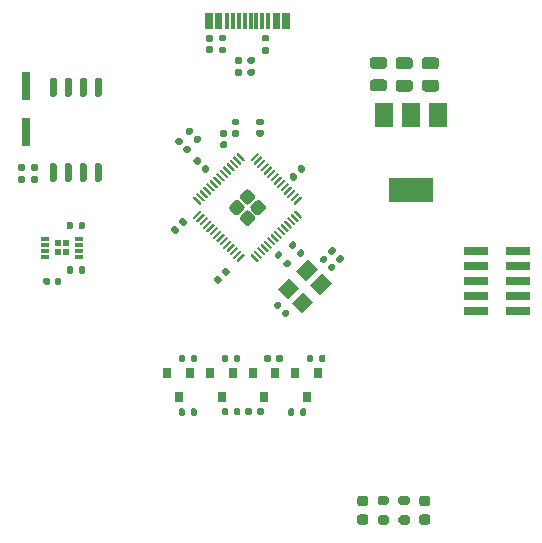
<source format=gbr>
%TF.GenerationSoftware,KiCad,Pcbnew,5.1.10*%
%TF.CreationDate,2021-06-16T23:26:04-06:00*%
%TF.ProjectId,cable-link,6361626c-652d-46c6-996e-6b2e6b696361,rev?*%
%TF.SameCoordinates,Original*%
%TF.FileFunction,Paste,Top*%
%TF.FilePolarity,Positive*%
%FSLAX46Y46*%
G04 Gerber Fmt 4.6, Leading zero omitted, Abs format (unit mm)*
G04 Created by KiCad (PCBNEW 5.1.10) date 2021-06-16 23:26:04*
%MOMM*%
%LPD*%
G01*
G04 APERTURE LIST*
%ADD10R,2.050000X0.760000*%
%ADD11R,0.740000X2.400000*%
%ADD12R,0.800000X0.900000*%
%ADD13R,3.800000X2.000000*%
%ADD14R,1.500000X2.000000*%
%ADD15R,0.750000X0.300000*%
%ADD16R,0.500000X0.600000*%
%ADD17C,0.100000*%
%ADD18R,0.300000X1.450000*%
G04 APERTURE END LIST*
D10*
%TO.C,J4*%
X67855000Y-51365000D03*
X64295000Y-51365000D03*
X67855000Y-50095000D03*
X64295000Y-50095000D03*
X67855000Y-48825000D03*
X64295000Y-48825000D03*
X67855000Y-47555000D03*
X64295000Y-47555000D03*
X67855000Y-46285000D03*
X64295000Y-46285000D03*
%TD*%
%TO.C,C9*%
G36*
G01*
X58725000Y-30900000D02*
X57775000Y-30900000D01*
G75*
G02*
X57525000Y-30650000I0J250000D01*
G01*
X57525000Y-30150000D01*
G75*
G02*
X57775000Y-29900000I250000J0D01*
G01*
X58725000Y-29900000D01*
G75*
G02*
X58975000Y-30150000I0J-250000D01*
G01*
X58975000Y-30650000D01*
G75*
G02*
X58725000Y-30900000I-250000J0D01*
G01*
G37*
G36*
G01*
X58725000Y-32800000D02*
X57775000Y-32800000D01*
G75*
G02*
X57525000Y-32550000I0J250000D01*
G01*
X57525000Y-32050000D01*
G75*
G02*
X57775000Y-31800000I250000J0D01*
G01*
X58725000Y-31800000D01*
G75*
G02*
X58975000Y-32050000I0J-250000D01*
G01*
X58975000Y-32550000D01*
G75*
G02*
X58725000Y-32800000I-250000J0D01*
G01*
G37*
%TD*%
%TO.C,C5*%
G36*
G01*
X56550000Y-30875000D02*
X55600000Y-30875000D01*
G75*
G02*
X55350000Y-30625000I0J250000D01*
G01*
X55350000Y-30125000D01*
G75*
G02*
X55600000Y-29875000I250000J0D01*
G01*
X56550000Y-29875000D01*
G75*
G02*
X56800000Y-30125000I0J-250000D01*
G01*
X56800000Y-30625000D01*
G75*
G02*
X56550000Y-30875000I-250000J0D01*
G01*
G37*
G36*
G01*
X56550000Y-32775000D02*
X55600000Y-32775000D01*
G75*
G02*
X55350000Y-32525000I0J250000D01*
G01*
X55350000Y-32025000D01*
G75*
G02*
X55600000Y-31775000I250000J0D01*
G01*
X56550000Y-31775000D01*
G75*
G02*
X56800000Y-32025000I0J-250000D01*
G01*
X56800000Y-32525000D01*
G75*
G02*
X56550000Y-32775000I-250000J0D01*
G01*
G37*
%TD*%
%TO.C,C2*%
G36*
G01*
X48542355Y-51654630D02*
X48301939Y-51895046D01*
G75*
G02*
X48103949Y-51895046I-98995J98995D01*
G01*
X47905959Y-51697056D01*
G75*
G02*
X47905959Y-51499066I98995J98995D01*
G01*
X48146375Y-51258650D01*
G75*
G02*
X48344365Y-51258650I98995J-98995D01*
G01*
X48542355Y-51456640D01*
G75*
G02*
X48542355Y-51654630I-98995J-98995D01*
G01*
G37*
G36*
G01*
X47863533Y-50975808D02*
X47623117Y-51216224D01*
G75*
G02*
X47425127Y-51216224I-98995J98995D01*
G01*
X47227137Y-51018234D01*
G75*
G02*
X47227137Y-50820244I98995J98995D01*
G01*
X47467553Y-50579828D01*
G75*
G02*
X47665543Y-50579828I98995J-98995D01*
G01*
X47863533Y-50777818D01*
G75*
G02*
X47863533Y-50975808I-98995J-98995D01*
G01*
G37*
%TD*%
%TO.C,C3*%
G36*
G01*
X41732609Y-39417193D02*
X41492193Y-39657609D01*
G75*
G02*
X41294203Y-39657609I-98995J98995D01*
G01*
X41096213Y-39459619D01*
G75*
G02*
X41096213Y-39261629I98995J98995D01*
G01*
X41336629Y-39021213D01*
G75*
G02*
X41534619Y-39021213I98995J-98995D01*
G01*
X41732609Y-39219203D01*
G75*
G02*
X41732609Y-39417193I-98995J-98995D01*
G01*
G37*
G36*
G01*
X41053787Y-38738371D02*
X40813371Y-38978787D01*
G75*
G02*
X40615381Y-38978787I-98995J98995D01*
G01*
X40417391Y-38780797D01*
G75*
G02*
X40417391Y-38582807I98995J98995D01*
G01*
X40657807Y-38342391D01*
G75*
G02*
X40855797Y-38342391I98995J-98995D01*
G01*
X41053787Y-38540381D01*
G75*
G02*
X41053787Y-38738371I-98995J-98995D01*
G01*
G37*
%TD*%
%TO.C,C4*%
G36*
G01*
X52496213Y-46886629D02*
X52736629Y-46646213D01*
G75*
G02*
X52934619Y-46646213I98995J-98995D01*
G01*
X53132609Y-46844203D01*
G75*
G02*
X53132609Y-47042193I-98995J-98995D01*
G01*
X52892193Y-47282609D01*
G75*
G02*
X52694203Y-47282609I-98995J98995D01*
G01*
X52496213Y-47084619D01*
G75*
G02*
X52496213Y-46886629I98995J98995D01*
G01*
G37*
G36*
G01*
X51817391Y-46207807D02*
X52057807Y-45967391D01*
G75*
G02*
X52255797Y-45967391I98995J-98995D01*
G01*
X52453787Y-46165381D01*
G75*
G02*
X52453787Y-46363371I-98995J-98995D01*
G01*
X52213371Y-46603787D01*
G75*
G02*
X52015381Y-46603787I-98995J98995D01*
G01*
X51817391Y-46405797D01*
G75*
G02*
X51817391Y-46207807I98995J98995D01*
G01*
G37*
%TD*%
%TO.C,C6*%
G36*
G01*
X42805000Y-37025000D02*
X43145000Y-37025000D01*
G75*
G02*
X43285000Y-37165000I0J-140000D01*
G01*
X43285000Y-37445000D01*
G75*
G02*
X43145000Y-37585000I-140000J0D01*
G01*
X42805000Y-37585000D01*
G75*
G02*
X42665000Y-37445000I0J140000D01*
G01*
X42665000Y-37165000D01*
G75*
G02*
X42805000Y-37025000I140000J0D01*
G01*
G37*
G36*
G01*
X42805000Y-36065000D02*
X43145000Y-36065000D01*
G75*
G02*
X43285000Y-36205000I0J-140000D01*
G01*
X43285000Y-36485000D01*
G75*
G02*
X43145000Y-36625000I-140000J0D01*
G01*
X42805000Y-36625000D01*
G75*
G02*
X42665000Y-36485000I0J140000D01*
G01*
X42665000Y-36205000D01*
G75*
G02*
X42805000Y-36065000I140000J0D01*
G01*
G37*
%TD*%
%TO.C,C7*%
G36*
G01*
X43805000Y-35090000D02*
X44145000Y-35090000D01*
G75*
G02*
X44285000Y-35230000I0J-140000D01*
G01*
X44285000Y-35510000D01*
G75*
G02*
X44145000Y-35650000I-140000J0D01*
G01*
X43805000Y-35650000D01*
G75*
G02*
X43665000Y-35510000I0J140000D01*
G01*
X43665000Y-35230000D01*
G75*
G02*
X43805000Y-35090000I140000J0D01*
G01*
G37*
G36*
G01*
X43805000Y-36050000D02*
X44145000Y-36050000D01*
G75*
G02*
X44285000Y-36190000I0J-140000D01*
G01*
X44285000Y-36470000D01*
G75*
G02*
X44145000Y-36610000I-140000J0D01*
G01*
X43805000Y-36610000D01*
G75*
G02*
X43665000Y-36470000I0J140000D01*
G01*
X43665000Y-36190000D01*
G75*
G02*
X43805000Y-36050000I140000J0D01*
G01*
G37*
%TD*%
%TO.C,C8*%
G36*
G01*
X39503787Y-37113371D02*
X39263371Y-37353787D01*
G75*
G02*
X39065381Y-37353787I-98995J98995D01*
G01*
X38867391Y-37155797D01*
G75*
G02*
X38867391Y-36957807I98995J98995D01*
G01*
X39107807Y-36717391D01*
G75*
G02*
X39305797Y-36717391I98995J-98995D01*
G01*
X39503787Y-36915381D01*
G75*
G02*
X39503787Y-37113371I-98995J-98995D01*
G01*
G37*
G36*
G01*
X40182609Y-37792193D02*
X39942193Y-38032609D01*
G75*
G02*
X39744203Y-38032609I-98995J98995D01*
G01*
X39546213Y-37834619D01*
G75*
G02*
X39546213Y-37636629I98995J98995D01*
G01*
X39786629Y-37396213D01*
G75*
G02*
X39984619Y-37396213I98995J-98995D01*
G01*
X40182609Y-37594203D01*
G75*
G02*
X40182609Y-37792193I-98995J-98995D01*
G01*
G37*
%TD*%
%TO.C,C10*%
G36*
G01*
X46220000Y-36610000D02*
X45880000Y-36610000D01*
G75*
G02*
X45740000Y-36470000I0J140000D01*
G01*
X45740000Y-36190000D01*
G75*
G02*
X45880000Y-36050000I140000J0D01*
G01*
X46220000Y-36050000D01*
G75*
G02*
X46360000Y-36190000I0J-140000D01*
G01*
X46360000Y-36470000D01*
G75*
G02*
X46220000Y-36610000I-140000J0D01*
G01*
G37*
G36*
G01*
X46220000Y-35650000D02*
X45880000Y-35650000D01*
G75*
G02*
X45740000Y-35510000I0J140000D01*
G01*
X45740000Y-35230000D01*
G75*
G02*
X45880000Y-35090000I140000J0D01*
G01*
X46220000Y-35090000D01*
G75*
G02*
X46360000Y-35230000I0J-140000D01*
G01*
X46360000Y-35510000D01*
G75*
G02*
X46220000Y-35650000I-140000J0D01*
G01*
G37*
%TD*%
%TO.C,C11*%
G36*
G01*
X60950000Y-32800000D02*
X60000000Y-32800000D01*
G75*
G02*
X59750000Y-32550000I0J250000D01*
G01*
X59750000Y-32050000D01*
G75*
G02*
X60000000Y-31800000I250000J0D01*
G01*
X60950000Y-31800000D01*
G75*
G02*
X61200000Y-32050000I0J-250000D01*
G01*
X61200000Y-32550000D01*
G75*
G02*
X60950000Y-32800000I-250000J0D01*
G01*
G37*
G36*
G01*
X60950000Y-30900000D02*
X60000000Y-30900000D01*
G75*
G02*
X59750000Y-30650000I0J250000D01*
G01*
X59750000Y-30150000D01*
G75*
G02*
X60000000Y-29900000I250000J0D01*
G01*
X60950000Y-29900000D01*
G75*
G02*
X61200000Y-30150000I0J-250000D01*
G01*
X61200000Y-30650000D01*
G75*
G02*
X60950000Y-30900000I-250000J0D01*
G01*
G37*
%TD*%
%TO.C,C12*%
G36*
G01*
X49475485Y-39653913D02*
X49235069Y-39413497D01*
G75*
G02*
X49235069Y-39215507I98995J98995D01*
G01*
X49433059Y-39017517D01*
G75*
G02*
X49631049Y-39017517I98995J-98995D01*
G01*
X49871465Y-39257933D01*
G75*
G02*
X49871465Y-39455923I-98995J-98995D01*
G01*
X49673475Y-39653913D01*
G75*
G02*
X49475485Y-39653913I-98995J98995D01*
G01*
G37*
G36*
G01*
X48796663Y-40332735D02*
X48556247Y-40092319D01*
G75*
G02*
X48556247Y-39894329I98995J98995D01*
G01*
X48754237Y-39696339D01*
G75*
G02*
X48952227Y-39696339I98995J-98995D01*
G01*
X49192643Y-39936755D01*
G75*
G02*
X49192643Y-40134745I-98995J-98995D01*
G01*
X48994653Y-40332735D01*
G75*
G02*
X48796663Y-40332735I-98995J98995D01*
G01*
G37*
%TD*%
%TO.C,C13*%
G36*
G01*
X48492391Y-45707807D02*
X48732807Y-45467391D01*
G75*
G02*
X48930797Y-45467391I98995J-98995D01*
G01*
X49128787Y-45665381D01*
G75*
G02*
X49128787Y-45863371I-98995J-98995D01*
G01*
X48888371Y-46103787D01*
G75*
G02*
X48690381Y-46103787I-98995J98995D01*
G01*
X48492391Y-45905797D01*
G75*
G02*
X48492391Y-45707807I98995J98995D01*
G01*
G37*
G36*
G01*
X49171213Y-46386629D02*
X49411629Y-46146213D01*
G75*
G02*
X49609619Y-46146213I98995J-98995D01*
G01*
X49807609Y-46344203D01*
G75*
G02*
X49807609Y-46542193I-98995J-98995D01*
G01*
X49567193Y-46782609D01*
G75*
G02*
X49369203Y-46782609I-98995J98995D01*
G01*
X49171213Y-46584619D01*
G75*
G02*
X49171213Y-46386629I98995J98995D01*
G01*
G37*
%TD*%
%TO.C,C14*%
G36*
G01*
X42563371Y-48421213D02*
X42803787Y-48661629D01*
G75*
G02*
X42803787Y-48859619I-98995J-98995D01*
G01*
X42605797Y-49057609D01*
G75*
G02*
X42407807Y-49057609I-98995J98995D01*
G01*
X42167391Y-48817193D01*
G75*
G02*
X42167391Y-48619203I98995J98995D01*
G01*
X42365381Y-48421213D01*
G75*
G02*
X42563371Y-48421213I98995J-98995D01*
G01*
G37*
G36*
G01*
X43242193Y-47742391D02*
X43482609Y-47982807D01*
G75*
G02*
X43482609Y-48180797I-98995J-98995D01*
G01*
X43284619Y-48378787D01*
G75*
G02*
X43086629Y-48378787I-98995J98995D01*
G01*
X42846213Y-48138371D01*
G75*
G02*
X42846213Y-47940381I98995J98995D01*
G01*
X43044203Y-47742391D01*
G75*
G02*
X43242193Y-47742391I98995J-98995D01*
G01*
G37*
%TD*%
%TO.C,C15*%
G36*
G01*
X39625488Y-43507645D02*
X39865904Y-43748061D01*
G75*
G02*
X39865904Y-43946051I-98995J-98995D01*
G01*
X39667914Y-44144041D01*
G75*
G02*
X39469924Y-44144041I-98995J98995D01*
G01*
X39229508Y-43903625D01*
G75*
G02*
X39229508Y-43705635I98995J98995D01*
G01*
X39427498Y-43507645D01*
G75*
G02*
X39625488Y-43507645I98995J-98995D01*
G01*
G37*
G36*
G01*
X38946666Y-44186467D02*
X39187082Y-44426883D01*
G75*
G02*
X39187082Y-44624873I-98995J-98995D01*
G01*
X38989092Y-44822863D01*
G75*
G02*
X38791102Y-44822863I-98995J98995D01*
G01*
X38550686Y-44582447D01*
G75*
G02*
X38550686Y-44384457I98995J98995D01*
G01*
X38748676Y-44186467D01*
G75*
G02*
X38946666Y-44186467I98995J-98995D01*
G01*
G37*
%TD*%
%TO.C,C16*%
G36*
G01*
X40378787Y-36238371D02*
X40138371Y-36478787D01*
G75*
G02*
X39940381Y-36478787I-98995J98995D01*
G01*
X39742391Y-36280797D01*
G75*
G02*
X39742391Y-36082807I98995J98995D01*
G01*
X39982807Y-35842391D01*
G75*
G02*
X40180797Y-35842391I98995J-98995D01*
G01*
X40378787Y-36040381D01*
G75*
G02*
X40378787Y-36238371I-98995J-98995D01*
G01*
G37*
G36*
G01*
X41057609Y-36917193D02*
X40817193Y-37157609D01*
G75*
G02*
X40619203Y-37157609I-98995J98995D01*
G01*
X40421213Y-36959619D01*
G75*
G02*
X40421213Y-36761629I98995J98995D01*
G01*
X40661629Y-36521213D01*
G75*
G02*
X40859619Y-36521213I98995J-98995D01*
G01*
X41057609Y-36719203D01*
G75*
G02*
X41057609Y-36917193I-98995J-98995D01*
G01*
G37*
%TD*%
%TO.C,C17*%
G36*
G01*
X29235000Y-48705000D02*
X29235000Y-49045000D01*
G75*
G02*
X29095000Y-49185000I-140000J0D01*
G01*
X28815000Y-49185000D01*
G75*
G02*
X28675000Y-49045000I0J140000D01*
G01*
X28675000Y-48705000D01*
G75*
G02*
X28815000Y-48565000I140000J0D01*
G01*
X29095000Y-48565000D01*
G75*
G02*
X29235000Y-48705000I0J-140000D01*
G01*
G37*
G36*
G01*
X28275000Y-48705000D02*
X28275000Y-49045000D01*
G75*
G02*
X28135000Y-49185000I-140000J0D01*
G01*
X27855000Y-49185000D01*
G75*
G02*
X27715000Y-49045000I0J140000D01*
G01*
X27715000Y-48705000D01*
G75*
G02*
X27855000Y-48565000I140000J0D01*
G01*
X28135000Y-48565000D01*
G75*
G02*
X28275000Y-48705000I0J-140000D01*
G01*
G37*
%TD*%
%TO.C,C18*%
G36*
G01*
X41945000Y-29535000D02*
X41605000Y-29535000D01*
G75*
G02*
X41465000Y-29395000I0J140000D01*
G01*
X41465000Y-29115000D01*
G75*
G02*
X41605000Y-28975000I140000J0D01*
G01*
X41945000Y-28975000D01*
G75*
G02*
X42085000Y-29115000I0J-140000D01*
G01*
X42085000Y-29395000D01*
G75*
G02*
X41945000Y-29535000I-140000J0D01*
G01*
G37*
G36*
G01*
X41945000Y-28575000D02*
X41605000Y-28575000D01*
G75*
G02*
X41465000Y-28435000I0J140000D01*
G01*
X41465000Y-28155000D01*
G75*
G02*
X41605000Y-28015000I140000J0D01*
G01*
X41945000Y-28015000D01*
G75*
G02*
X42085000Y-28155000I0J-140000D01*
G01*
X42085000Y-28435000D01*
G75*
G02*
X41945000Y-28575000I-140000J0D01*
G01*
G37*
%TD*%
%TO.C,D1*%
G36*
G01*
X60256250Y-69475000D02*
X59743750Y-69475000D01*
G75*
G02*
X59525000Y-69256250I0J218750D01*
G01*
X59525000Y-68818750D01*
G75*
G02*
X59743750Y-68600000I218750J0D01*
G01*
X60256250Y-68600000D01*
G75*
G02*
X60475000Y-68818750I0J-218750D01*
G01*
X60475000Y-69256250D01*
G75*
G02*
X60256250Y-69475000I-218750J0D01*
G01*
G37*
G36*
G01*
X60256250Y-67900000D02*
X59743750Y-67900000D01*
G75*
G02*
X59525000Y-67681250I0J218750D01*
G01*
X59525000Y-67243750D01*
G75*
G02*
X59743750Y-67025000I218750J0D01*
G01*
X60256250Y-67025000D01*
G75*
G02*
X60475000Y-67243750I0J-218750D01*
G01*
X60475000Y-67681250D01*
G75*
G02*
X60256250Y-67900000I-218750J0D01*
G01*
G37*
%TD*%
%TO.C,D2*%
G36*
G01*
X55006250Y-67900000D02*
X54493750Y-67900000D01*
G75*
G02*
X54275000Y-67681250I0J218750D01*
G01*
X54275000Y-67243750D01*
G75*
G02*
X54493750Y-67025000I218750J0D01*
G01*
X55006250Y-67025000D01*
G75*
G02*
X55225000Y-67243750I0J-218750D01*
G01*
X55225000Y-67681250D01*
G75*
G02*
X55006250Y-67900000I-218750J0D01*
G01*
G37*
G36*
G01*
X55006250Y-69475000D02*
X54493750Y-69475000D01*
G75*
G02*
X54275000Y-69256250I0J218750D01*
G01*
X54275000Y-68818750D01*
G75*
G02*
X54493750Y-68600000I218750J0D01*
G01*
X55006250Y-68600000D01*
G75*
G02*
X55225000Y-68818750I0J-218750D01*
G01*
X55225000Y-69256250D01*
G75*
G02*
X55006250Y-69475000I-218750J0D01*
G01*
G37*
%TD*%
D11*
%TO.C,J2*%
X26200000Y-36225000D03*
X26200000Y-32325000D03*
%TD*%
D12*
%TO.C,Q1*%
X42800000Y-58650000D03*
X41850000Y-56650000D03*
X43750000Y-56650000D03*
%TD*%
%TO.C,Q2*%
X39150000Y-58650001D03*
X38200000Y-56650001D03*
X40100000Y-56650001D03*
%TD*%
%TO.C,Q3*%
X50950000Y-56650000D03*
X49050000Y-56650000D03*
X50000000Y-58650000D03*
%TD*%
%TO.C,Q4*%
X47350000Y-56650001D03*
X45450000Y-56650001D03*
X46400000Y-58650001D03*
%TD*%
%TO.C,R1*%
G36*
G01*
X47294063Y-46572953D02*
X47555692Y-46311324D01*
G75*
G02*
X47746610Y-46311324I95459J-95459D01*
G01*
X47937529Y-46502243D01*
G75*
G02*
X47937529Y-46693161I-95459J-95459D01*
G01*
X47675900Y-46954790D01*
G75*
G02*
X47484982Y-46954790I-95459J95459D01*
G01*
X47294063Y-46763871D01*
G75*
G02*
X47294063Y-46572953I95459J95459D01*
G01*
G37*
G36*
G01*
X48015311Y-47294201D02*
X48276940Y-47032572D01*
G75*
G02*
X48467858Y-47032572I95459J-95459D01*
G01*
X48658777Y-47223491D01*
G75*
G02*
X48658777Y-47414409I-95459J-95459D01*
G01*
X48397148Y-47676038D01*
G75*
G02*
X48206230Y-47676038I-95459J95459D01*
G01*
X48015311Y-47485119D01*
G75*
G02*
X48015311Y-47294201I95459J95459D01*
G01*
G37*
%TD*%
%TO.C,R2*%
G36*
G01*
X42690000Y-29015000D02*
X43060000Y-29015000D01*
G75*
G02*
X43195000Y-29150000I0J-135000D01*
G01*
X43195000Y-29420000D01*
G75*
G02*
X43060000Y-29555000I-135000J0D01*
G01*
X42690000Y-29555000D01*
G75*
G02*
X42555000Y-29420000I0J135000D01*
G01*
X42555000Y-29150000D01*
G75*
G02*
X42690000Y-29015000I135000J0D01*
G01*
G37*
G36*
G01*
X42690000Y-27995000D02*
X43060000Y-27995000D01*
G75*
G02*
X43195000Y-28130000I0J-135000D01*
G01*
X43195000Y-28400000D01*
G75*
G02*
X43060000Y-28535000I-135000J0D01*
G01*
X42690000Y-28535000D01*
G75*
G02*
X42555000Y-28400000I0J135000D01*
G01*
X42555000Y-28130000D01*
G75*
G02*
X42690000Y-27995000I135000J0D01*
G01*
G37*
%TD*%
%TO.C,R3*%
G36*
G01*
X46705000Y-28560000D02*
X46335000Y-28560000D01*
G75*
G02*
X46200000Y-28425000I0J135000D01*
G01*
X46200000Y-28155000D01*
G75*
G02*
X46335000Y-28020000I135000J0D01*
G01*
X46705000Y-28020000D01*
G75*
G02*
X46840000Y-28155000I0J-135000D01*
G01*
X46840000Y-28425000D01*
G75*
G02*
X46705000Y-28560000I-135000J0D01*
G01*
G37*
G36*
G01*
X46705000Y-29580000D02*
X46335000Y-29580000D01*
G75*
G02*
X46200000Y-29445000I0J135000D01*
G01*
X46200000Y-29175000D01*
G75*
G02*
X46335000Y-29040000I135000J0D01*
G01*
X46705000Y-29040000D01*
G75*
G02*
X46840000Y-29175000I0J-135000D01*
G01*
X46840000Y-29445000D01*
G75*
G02*
X46705000Y-29580000I-135000J0D01*
G01*
G37*
%TD*%
%TO.C,R4*%
G36*
G01*
X57975000Y-67025000D02*
X58525000Y-67025000D01*
G75*
G02*
X58725000Y-67225000I0J-200000D01*
G01*
X58725000Y-67625000D01*
G75*
G02*
X58525000Y-67825000I-200000J0D01*
G01*
X57975000Y-67825000D01*
G75*
G02*
X57775000Y-67625000I0J200000D01*
G01*
X57775000Y-67225000D01*
G75*
G02*
X57975000Y-67025000I200000J0D01*
G01*
G37*
G36*
G01*
X57975000Y-68675000D02*
X58525000Y-68675000D01*
G75*
G02*
X58725000Y-68875000I0J-200000D01*
G01*
X58725000Y-69275000D01*
G75*
G02*
X58525000Y-69475000I-200000J0D01*
G01*
X57975000Y-69475000D01*
G75*
G02*
X57775000Y-69275000I0J200000D01*
G01*
X57775000Y-68875000D01*
G75*
G02*
X57975000Y-68675000I200000J0D01*
G01*
G37*
%TD*%
%TO.C,R5*%
G36*
G01*
X56225000Y-68675000D02*
X56775000Y-68675000D01*
G75*
G02*
X56975000Y-68875000I0J-200000D01*
G01*
X56975000Y-69275000D01*
G75*
G02*
X56775000Y-69475000I-200000J0D01*
G01*
X56225000Y-69475000D01*
G75*
G02*
X56025000Y-69275000I0J200000D01*
G01*
X56025000Y-68875000D01*
G75*
G02*
X56225000Y-68675000I200000J0D01*
G01*
G37*
G36*
G01*
X56225000Y-67025000D02*
X56775000Y-67025000D01*
G75*
G02*
X56975000Y-67225000I0J-200000D01*
G01*
X56975000Y-67625000D01*
G75*
G02*
X56775000Y-67825000I-200000J0D01*
G01*
X56225000Y-67825000D01*
G75*
G02*
X56025000Y-67625000I0J200000D01*
G01*
X56025000Y-67225000D01*
G75*
G02*
X56225000Y-67025000I200000J0D01*
G01*
G37*
%TD*%
%TO.C,R6*%
G36*
G01*
X44035000Y-30910000D02*
X44405000Y-30910000D01*
G75*
G02*
X44540000Y-31045000I0J-135000D01*
G01*
X44540000Y-31315000D01*
G75*
G02*
X44405000Y-31450000I-135000J0D01*
G01*
X44035000Y-31450000D01*
G75*
G02*
X43900000Y-31315000I0J135000D01*
G01*
X43900000Y-31045000D01*
G75*
G02*
X44035000Y-30910000I135000J0D01*
G01*
G37*
G36*
G01*
X44035000Y-29890000D02*
X44405000Y-29890000D01*
G75*
G02*
X44540000Y-30025000I0J-135000D01*
G01*
X44540000Y-30295000D01*
G75*
G02*
X44405000Y-30430000I-135000J0D01*
G01*
X44035000Y-30430000D01*
G75*
G02*
X43900000Y-30295000I0J135000D01*
G01*
X43900000Y-30025000D01*
G75*
G02*
X44035000Y-29890000I135000J0D01*
G01*
G37*
%TD*%
%TO.C,R7*%
G36*
G01*
X45115000Y-29890000D02*
X45485000Y-29890000D01*
G75*
G02*
X45620000Y-30025000I0J-135000D01*
G01*
X45620000Y-30295000D01*
G75*
G02*
X45485000Y-30430000I-135000J0D01*
G01*
X45115000Y-30430000D01*
G75*
G02*
X44980000Y-30295000I0J135000D01*
G01*
X44980000Y-30025000D01*
G75*
G02*
X45115000Y-29890000I135000J0D01*
G01*
G37*
G36*
G01*
X45115000Y-30910000D02*
X45485000Y-30910000D01*
G75*
G02*
X45620000Y-31045000I0J-135000D01*
G01*
X45620000Y-31315000D01*
G75*
G02*
X45485000Y-31450000I-135000J0D01*
G01*
X45115000Y-31450000D01*
G75*
G02*
X44980000Y-31315000I0J135000D01*
G01*
X44980000Y-31045000D01*
G75*
G02*
X45115000Y-30910000I135000J0D01*
G01*
G37*
%TD*%
%TO.C,R8*%
G36*
G01*
X25665000Y-39990000D02*
X26035000Y-39990000D01*
G75*
G02*
X26170000Y-40125000I0J-135000D01*
G01*
X26170000Y-40395000D01*
G75*
G02*
X26035000Y-40530000I-135000J0D01*
G01*
X25665000Y-40530000D01*
G75*
G02*
X25530000Y-40395000I0J135000D01*
G01*
X25530000Y-40125000D01*
G75*
G02*
X25665000Y-39990000I135000J0D01*
G01*
G37*
G36*
G01*
X25665000Y-38970000D02*
X26035000Y-38970000D01*
G75*
G02*
X26170000Y-39105000I0J-135000D01*
G01*
X26170000Y-39375000D01*
G75*
G02*
X26035000Y-39510000I-135000J0D01*
G01*
X25665000Y-39510000D01*
G75*
G02*
X25530000Y-39375000I0J135000D01*
G01*
X25530000Y-39105000D01*
G75*
G02*
X25665000Y-38970000I135000J0D01*
G01*
G37*
%TD*%
%TO.C,R9*%
G36*
G01*
X27135000Y-40530000D02*
X26765000Y-40530000D01*
G75*
G02*
X26630000Y-40395000I0J135000D01*
G01*
X26630000Y-40125000D01*
G75*
G02*
X26765000Y-39990000I135000J0D01*
G01*
X27135000Y-39990000D01*
G75*
G02*
X27270000Y-40125000I0J-135000D01*
G01*
X27270000Y-40395000D01*
G75*
G02*
X27135000Y-40530000I-135000J0D01*
G01*
G37*
G36*
G01*
X27135000Y-39510000D02*
X26765000Y-39510000D01*
G75*
G02*
X26630000Y-39375000I0J135000D01*
G01*
X26630000Y-39105000D01*
G75*
G02*
X26765000Y-38970000I135000J0D01*
G01*
X27135000Y-38970000D01*
G75*
G02*
X27270000Y-39105000I0J-135000D01*
G01*
X27270000Y-39375000D01*
G75*
G02*
X27135000Y-39510000I-135000J0D01*
G01*
G37*
%TD*%
%TO.C,R10*%
G36*
G01*
X44380000Y-55214999D02*
X44380000Y-55584999D01*
G75*
G02*
X44245000Y-55719999I-135000J0D01*
G01*
X43975000Y-55719999D01*
G75*
G02*
X43840000Y-55584999I0J135000D01*
G01*
X43840000Y-55214999D01*
G75*
G02*
X43975000Y-55079999I135000J0D01*
G01*
X44245000Y-55079999D01*
G75*
G02*
X44380000Y-55214999I0J-135000D01*
G01*
G37*
G36*
G01*
X43360000Y-55214999D02*
X43360000Y-55584999D01*
G75*
G02*
X43225000Y-55719999I-135000J0D01*
G01*
X42955000Y-55719999D01*
G75*
G02*
X42820000Y-55584999I0J135000D01*
G01*
X42820000Y-55214999D01*
G75*
G02*
X42955000Y-55079999I135000J0D01*
G01*
X43225000Y-55079999D01*
G75*
G02*
X43360000Y-55214999I0J-135000D01*
G01*
G37*
%TD*%
%TO.C,R11*%
G36*
G01*
X39710000Y-55215000D02*
X39710000Y-55585000D01*
G75*
G02*
X39575000Y-55720000I-135000J0D01*
G01*
X39305000Y-55720000D01*
G75*
G02*
X39170000Y-55585000I0J135000D01*
G01*
X39170000Y-55215000D01*
G75*
G02*
X39305000Y-55080000I135000J0D01*
G01*
X39575000Y-55080000D01*
G75*
G02*
X39710000Y-55215000I0J-135000D01*
G01*
G37*
G36*
G01*
X40730000Y-55215000D02*
X40730000Y-55585000D01*
G75*
G02*
X40595000Y-55720000I-135000J0D01*
G01*
X40325000Y-55720000D01*
G75*
G02*
X40190000Y-55585000I0J135000D01*
G01*
X40190000Y-55215000D01*
G75*
G02*
X40325000Y-55080000I135000J0D01*
G01*
X40595000Y-55080000D01*
G75*
G02*
X40730000Y-55215000I0J-135000D01*
G01*
G37*
%TD*%
%TO.C,R12*%
G36*
G01*
X44380000Y-59715000D02*
X44380000Y-60085000D01*
G75*
G02*
X44245000Y-60220000I-135000J0D01*
G01*
X43975000Y-60220000D01*
G75*
G02*
X43840000Y-60085000I0J135000D01*
G01*
X43840000Y-59715000D01*
G75*
G02*
X43975000Y-59580000I135000J0D01*
G01*
X44245000Y-59580000D01*
G75*
G02*
X44380000Y-59715000I0J-135000D01*
G01*
G37*
G36*
G01*
X43360000Y-59715000D02*
X43360000Y-60085000D01*
G75*
G02*
X43225000Y-60220000I-135000J0D01*
G01*
X42955000Y-60220000D01*
G75*
G02*
X42820000Y-60085000I0J135000D01*
G01*
X42820000Y-59715000D01*
G75*
G02*
X42955000Y-59580000I135000J0D01*
G01*
X43225000Y-59580000D01*
G75*
G02*
X43360000Y-59715000I0J-135000D01*
G01*
G37*
%TD*%
%TO.C,R13*%
G36*
G01*
X40720001Y-59765000D02*
X40720001Y-60135000D01*
G75*
G02*
X40585001Y-60270000I-135000J0D01*
G01*
X40315001Y-60270000D01*
G75*
G02*
X40180001Y-60135000I0J135000D01*
G01*
X40180001Y-59765000D01*
G75*
G02*
X40315001Y-59630000I135000J0D01*
G01*
X40585001Y-59630000D01*
G75*
G02*
X40720001Y-59765000I0J-135000D01*
G01*
G37*
G36*
G01*
X39700001Y-59765000D02*
X39700001Y-60135000D01*
G75*
G02*
X39565001Y-60270000I-135000J0D01*
G01*
X39295001Y-60270000D01*
G75*
G02*
X39160001Y-60135000I0J135000D01*
G01*
X39160001Y-59765000D01*
G75*
G02*
X39295001Y-59630000I135000J0D01*
G01*
X39565001Y-59630000D01*
G75*
G02*
X39700001Y-59765000I0J-135000D01*
G01*
G37*
%TD*%
%TO.C,R14*%
G36*
G01*
X50560000Y-55214999D02*
X50560000Y-55584999D01*
G75*
G02*
X50425000Y-55719999I-135000J0D01*
G01*
X50155000Y-55719999D01*
G75*
G02*
X50020000Y-55584999I0J135000D01*
G01*
X50020000Y-55214999D01*
G75*
G02*
X50155000Y-55079999I135000J0D01*
G01*
X50425000Y-55079999D01*
G75*
G02*
X50560000Y-55214999I0J-135000D01*
G01*
G37*
G36*
G01*
X51580000Y-55214999D02*
X51580000Y-55584999D01*
G75*
G02*
X51445000Y-55719999I-135000J0D01*
G01*
X51175000Y-55719999D01*
G75*
G02*
X51040000Y-55584999I0J135000D01*
G01*
X51040000Y-55214999D01*
G75*
G02*
X51175000Y-55079999I135000J0D01*
G01*
X51445000Y-55079999D01*
G75*
G02*
X51580000Y-55214999I0J-135000D01*
G01*
G37*
%TD*%
%TO.C,R15*%
G36*
G01*
X46960000Y-55215000D02*
X46960000Y-55585000D01*
G75*
G02*
X46825000Y-55720000I-135000J0D01*
G01*
X46555000Y-55720000D01*
G75*
G02*
X46420000Y-55585000I0J135000D01*
G01*
X46420000Y-55215000D01*
G75*
G02*
X46555000Y-55080000I135000J0D01*
G01*
X46825000Y-55080000D01*
G75*
G02*
X46960000Y-55215000I0J-135000D01*
G01*
G37*
G36*
G01*
X47980000Y-55215000D02*
X47980000Y-55585000D01*
G75*
G02*
X47845000Y-55720000I-135000J0D01*
G01*
X47575000Y-55720000D01*
G75*
G02*
X47440000Y-55585000I0J135000D01*
G01*
X47440000Y-55215000D01*
G75*
G02*
X47575000Y-55080000I135000J0D01*
G01*
X47845000Y-55080000D01*
G75*
G02*
X47980000Y-55215000I0J-135000D01*
G01*
G37*
%TD*%
%TO.C,R16*%
G36*
G01*
X29670000Y-48085000D02*
X29670000Y-47715000D01*
G75*
G02*
X29805000Y-47580000I135000J0D01*
G01*
X30075000Y-47580000D01*
G75*
G02*
X30210000Y-47715000I0J-135000D01*
G01*
X30210000Y-48085000D01*
G75*
G02*
X30075000Y-48220000I-135000J0D01*
G01*
X29805000Y-48220000D01*
G75*
G02*
X29670000Y-48085000I0J135000D01*
G01*
G37*
G36*
G01*
X30690000Y-48085000D02*
X30690000Y-47715000D01*
G75*
G02*
X30825000Y-47580000I135000J0D01*
G01*
X31095000Y-47580000D01*
G75*
G02*
X31230000Y-47715000I0J-135000D01*
G01*
X31230000Y-48085000D01*
G75*
G02*
X31095000Y-48220000I-135000J0D01*
G01*
X30825000Y-48220000D01*
G75*
G02*
X30690000Y-48085000I0J135000D01*
G01*
G37*
%TD*%
%TO.C,R17*%
G36*
G01*
X30690000Y-44335000D02*
X30690000Y-43965000D01*
G75*
G02*
X30825000Y-43830000I135000J0D01*
G01*
X31095000Y-43830000D01*
G75*
G02*
X31230000Y-43965000I0J-135000D01*
G01*
X31230000Y-44335000D01*
G75*
G02*
X31095000Y-44470000I-135000J0D01*
G01*
X30825000Y-44470000D01*
G75*
G02*
X30690000Y-44335000I0J135000D01*
G01*
G37*
G36*
G01*
X29670000Y-44335000D02*
X29670000Y-43965000D01*
G75*
G02*
X29805000Y-43830000I135000J0D01*
G01*
X30075000Y-43830000D01*
G75*
G02*
X30210000Y-43965000I0J-135000D01*
G01*
X30210000Y-44335000D01*
G75*
G02*
X30075000Y-44470000I-135000J0D01*
G01*
X29805000Y-44470000D01*
G75*
G02*
X29670000Y-44335000I0J135000D01*
G01*
G37*
%TD*%
%TO.C,R18*%
G36*
G01*
X48420000Y-60135000D02*
X48420000Y-59765000D01*
G75*
G02*
X48555000Y-59630000I135000J0D01*
G01*
X48825000Y-59630000D01*
G75*
G02*
X48960000Y-59765000I0J-135000D01*
G01*
X48960000Y-60135000D01*
G75*
G02*
X48825000Y-60270000I-135000J0D01*
G01*
X48555000Y-60270000D01*
G75*
G02*
X48420000Y-60135000I0J135000D01*
G01*
G37*
G36*
G01*
X49440000Y-60135000D02*
X49440000Y-59765000D01*
G75*
G02*
X49575000Y-59630000I135000J0D01*
G01*
X49845000Y-59630000D01*
G75*
G02*
X49980000Y-59765000I0J-135000D01*
G01*
X49980000Y-60135000D01*
G75*
G02*
X49845000Y-60270000I-135000J0D01*
G01*
X49575000Y-60270000D01*
G75*
G02*
X49440000Y-60135000I0J135000D01*
G01*
G37*
%TD*%
%TO.C,R19*%
G36*
G01*
X44795000Y-60085000D02*
X44795000Y-59715000D01*
G75*
G02*
X44930000Y-59580000I135000J0D01*
G01*
X45200000Y-59580000D01*
G75*
G02*
X45335000Y-59715000I0J-135000D01*
G01*
X45335000Y-60085000D01*
G75*
G02*
X45200000Y-60220000I-135000J0D01*
G01*
X44930000Y-60220000D01*
G75*
G02*
X44795000Y-60085000I0J135000D01*
G01*
G37*
G36*
G01*
X45815000Y-60085000D02*
X45815000Y-59715000D01*
G75*
G02*
X45950000Y-59580000I135000J0D01*
G01*
X46220000Y-59580000D01*
G75*
G02*
X46355000Y-59715000I0J-135000D01*
G01*
X46355000Y-60085000D01*
G75*
G02*
X46220000Y-60220000I-135000J0D01*
G01*
X45950000Y-60220000D01*
G75*
G02*
X45815000Y-60085000I0J135000D01*
G01*
G37*
%TD*%
D13*
%TO.C,U1*%
X58825000Y-41100000D03*
D14*
X58825000Y-34800000D03*
X56525000Y-34800000D03*
X61125000Y-34800000D03*
%TD*%
%TO.C,U2*%
G36*
G01*
X43921662Y-43215034D02*
X43508405Y-42801777D01*
G75*
G02*
X43508405Y-42448223I176777J176777D01*
G01*
X43921662Y-42034966D01*
G75*
G02*
X44275216Y-42034966I176777J-176777D01*
G01*
X44688473Y-42448223D01*
G75*
G02*
X44688473Y-42801777I-176777J-176777D01*
G01*
X44275216Y-43215034D01*
G75*
G02*
X43921662Y-43215034I-176777J176777D01*
G01*
G37*
G36*
G01*
X44823223Y-44116595D02*
X44409966Y-43703338D01*
G75*
G02*
X44409966Y-43349784I176777J176777D01*
G01*
X44823223Y-42936527D01*
G75*
G02*
X45176777Y-42936527I176777J-176777D01*
G01*
X45590034Y-43349784D01*
G75*
G02*
X45590034Y-43703338I-176777J-176777D01*
G01*
X45176777Y-44116595D01*
G75*
G02*
X44823223Y-44116595I-176777J176777D01*
G01*
G37*
G36*
G01*
X44823223Y-42313473D02*
X44409966Y-41900216D01*
G75*
G02*
X44409966Y-41546662I176777J176777D01*
G01*
X44823223Y-41133405D01*
G75*
G02*
X45176777Y-41133405I176777J-176777D01*
G01*
X45590034Y-41546662D01*
G75*
G02*
X45590034Y-41900216I-176777J-176777D01*
G01*
X45176777Y-42313473D01*
G75*
G02*
X44823223Y-42313473I-176777J176777D01*
G01*
G37*
G36*
G01*
X45724784Y-43215034D02*
X45311527Y-42801777D01*
G75*
G02*
X45311527Y-42448223I176777J176777D01*
G01*
X45724784Y-42034966D01*
G75*
G02*
X46078338Y-42034966I176777J-176777D01*
G01*
X46491595Y-42448223D01*
G75*
G02*
X46491595Y-42801777I-176777J-176777D01*
G01*
X46078338Y-43215034D01*
G75*
G02*
X45724784Y-43215034I-176777J176777D01*
G01*
G37*
G36*
G01*
X40456839Y-43561916D02*
X40386129Y-43491206D01*
G75*
G02*
X40386129Y-43420496I35355J35355D01*
G01*
X40934137Y-42872488D01*
G75*
G02*
X41004847Y-42872488I35355J-35355D01*
G01*
X41075557Y-42943198D01*
G75*
G02*
X41075557Y-43013908I-35355J-35355D01*
G01*
X40527549Y-43561916D01*
G75*
G02*
X40456839Y-43561916I-35355J35355D01*
G01*
G37*
G36*
G01*
X40739682Y-43844759D02*
X40668972Y-43774049D01*
G75*
G02*
X40668972Y-43703339I35355J35355D01*
G01*
X41216980Y-43155331D01*
G75*
G02*
X41287690Y-43155331I35355J-35355D01*
G01*
X41358400Y-43226041D01*
G75*
G02*
X41358400Y-43296751I-35355J-35355D01*
G01*
X40810392Y-43844759D01*
G75*
G02*
X40739682Y-43844759I-35355J35355D01*
G01*
G37*
G36*
G01*
X41022524Y-44127601D02*
X40951814Y-44056891D01*
G75*
G02*
X40951814Y-43986181I35355J35355D01*
G01*
X41499822Y-43438173D01*
G75*
G02*
X41570532Y-43438173I35355J-35355D01*
G01*
X41641242Y-43508883D01*
G75*
G02*
X41641242Y-43579593I-35355J-35355D01*
G01*
X41093234Y-44127601D01*
G75*
G02*
X41022524Y-44127601I-35355J35355D01*
G01*
G37*
G36*
G01*
X41305367Y-44410444D02*
X41234657Y-44339734D01*
G75*
G02*
X41234657Y-44269024I35355J35355D01*
G01*
X41782665Y-43721016D01*
G75*
G02*
X41853375Y-43721016I35355J-35355D01*
G01*
X41924085Y-43791726D01*
G75*
G02*
X41924085Y-43862436I-35355J-35355D01*
G01*
X41376077Y-44410444D01*
G75*
G02*
X41305367Y-44410444I-35355J35355D01*
G01*
G37*
G36*
G01*
X41588210Y-44693287D02*
X41517500Y-44622577D01*
G75*
G02*
X41517500Y-44551867I35355J35355D01*
G01*
X42065508Y-44003859D01*
G75*
G02*
X42136218Y-44003859I35355J-35355D01*
G01*
X42206928Y-44074569D01*
G75*
G02*
X42206928Y-44145279I-35355J-35355D01*
G01*
X41658920Y-44693287D01*
G75*
G02*
X41588210Y-44693287I-35355J35355D01*
G01*
G37*
G36*
G01*
X41871052Y-44976129D02*
X41800342Y-44905419D01*
G75*
G02*
X41800342Y-44834709I35355J35355D01*
G01*
X42348350Y-44286701D01*
G75*
G02*
X42419060Y-44286701I35355J-35355D01*
G01*
X42489770Y-44357411D01*
G75*
G02*
X42489770Y-44428121I-35355J-35355D01*
G01*
X41941762Y-44976129D01*
G75*
G02*
X41871052Y-44976129I-35355J35355D01*
G01*
G37*
G36*
G01*
X42153895Y-45258972D02*
X42083185Y-45188262D01*
G75*
G02*
X42083185Y-45117552I35355J35355D01*
G01*
X42631193Y-44569544D01*
G75*
G02*
X42701903Y-44569544I35355J-35355D01*
G01*
X42772613Y-44640254D01*
G75*
G02*
X42772613Y-44710964I-35355J-35355D01*
G01*
X42224605Y-45258972D01*
G75*
G02*
X42153895Y-45258972I-35355J35355D01*
G01*
G37*
G36*
G01*
X42436738Y-45541815D02*
X42366028Y-45471105D01*
G75*
G02*
X42366028Y-45400395I35355J35355D01*
G01*
X42914036Y-44852387D01*
G75*
G02*
X42984746Y-44852387I35355J-35355D01*
G01*
X43055456Y-44923097D01*
G75*
G02*
X43055456Y-44993807I-35355J-35355D01*
G01*
X42507448Y-45541815D01*
G75*
G02*
X42436738Y-45541815I-35355J35355D01*
G01*
G37*
G36*
G01*
X42719581Y-45824658D02*
X42648871Y-45753948D01*
G75*
G02*
X42648871Y-45683238I35355J35355D01*
G01*
X43196879Y-45135230D01*
G75*
G02*
X43267589Y-45135230I35355J-35355D01*
G01*
X43338299Y-45205940D01*
G75*
G02*
X43338299Y-45276650I-35355J-35355D01*
G01*
X42790291Y-45824658D01*
G75*
G02*
X42719581Y-45824658I-35355J35355D01*
G01*
G37*
G36*
G01*
X43002423Y-46107500D02*
X42931713Y-46036790D01*
G75*
G02*
X42931713Y-45966080I35355J35355D01*
G01*
X43479721Y-45418072D01*
G75*
G02*
X43550431Y-45418072I35355J-35355D01*
G01*
X43621141Y-45488782D01*
G75*
G02*
X43621141Y-45559492I-35355J-35355D01*
G01*
X43073133Y-46107500D01*
G75*
G02*
X43002423Y-46107500I-35355J35355D01*
G01*
G37*
G36*
G01*
X43285266Y-46390343D02*
X43214556Y-46319633D01*
G75*
G02*
X43214556Y-46248923I35355J35355D01*
G01*
X43762564Y-45700915D01*
G75*
G02*
X43833274Y-45700915I35355J-35355D01*
G01*
X43903984Y-45771625D01*
G75*
G02*
X43903984Y-45842335I-35355J-35355D01*
G01*
X43355976Y-46390343D01*
G75*
G02*
X43285266Y-46390343I-35355J35355D01*
G01*
G37*
G36*
G01*
X43568109Y-46673186D02*
X43497399Y-46602476D01*
G75*
G02*
X43497399Y-46531766I35355J35355D01*
G01*
X44045407Y-45983758D01*
G75*
G02*
X44116117Y-45983758I35355J-35355D01*
G01*
X44186827Y-46054468D01*
G75*
G02*
X44186827Y-46125178I-35355J-35355D01*
G01*
X43638819Y-46673186D01*
G75*
G02*
X43568109Y-46673186I-35355J35355D01*
G01*
G37*
G36*
G01*
X43850951Y-46956028D02*
X43780241Y-46885318D01*
G75*
G02*
X43780241Y-46814608I35355J35355D01*
G01*
X44328249Y-46266600D01*
G75*
G02*
X44398959Y-46266600I35355J-35355D01*
G01*
X44469669Y-46337310D01*
G75*
G02*
X44469669Y-46408020I-35355J-35355D01*
G01*
X43921661Y-46956028D01*
G75*
G02*
X43850951Y-46956028I-35355J35355D01*
G01*
G37*
G36*
G01*
X44133794Y-47238871D02*
X44063084Y-47168161D01*
G75*
G02*
X44063084Y-47097451I35355J35355D01*
G01*
X44611092Y-46549443D01*
G75*
G02*
X44681802Y-46549443I35355J-35355D01*
G01*
X44752512Y-46620153D01*
G75*
G02*
X44752512Y-46690863I-35355J-35355D01*
G01*
X44204504Y-47238871D01*
G75*
G02*
X44133794Y-47238871I-35355J35355D01*
G01*
G37*
G36*
G01*
X45795496Y-47238871D02*
X45247488Y-46690863D01*
G75*
G02*
X45247488Y-46620153I35355J35355D01*
G01*
X45318198Y-46549443D01*
G75*
G02*
X45388908Y-46549443I35355J-35355D01*
G01*
X45936916Y-47097451D01*
G75*
G02*
X45936916Y-47168161I-35355J-35355D01*
G01*
X45866206Y-47238871D01*
G75*
G02*
X45795496Y-47238871I-35355J35355D01*
G01*
G37*
G36*
G01*
X46078339Y-46956028D02*
X45530331Y-46408020D01*
G75*
G02*
X45530331Y-46337310I35355J35355D01*
G01*
X45601041Y-46266600D01*
G75*
G02*
X45671751Y-46266600I35355J-35355D01*
G01*
X46219759Y-46814608D01*
G75*
G02*
X46219759Y-46885318I-35355J-35355D01*
G01*
X46149049Y-46956028D01*
G75*
G02*
X46078339Y-46956028I-35355J35355D01*
G01*
G37*
G36*
G01*
X46361181Y-46673186D02*
X45813173Y-46125178D01*
G75*
G02*
X45813173Y-46054468I35355J35355D01*
G01*
X45883883Y-45983758D01*
G75*
G02*
X45954593Y-45983758I35355J-35355D01*
G01*
X46502601Y-46531766D01*
G75*
G02*
X46502601Y-46602476I-35355J-35355D01*
G01*
X46431891Y-46673186D01*
G75*
G02*
X46361181Y-46673186I-35355J35355D01*
G01*
G37*
G36*
G01*
X46644024Y-46390343D02*
X46096016Y-45842335D01*
G75*
G02*
X46096016Y-45771625I35355J35355D01*
G01*
X46166726Y-45700915D01*
G75*
G02*
X46237436Y-45700915I35355J-35355D01*
G01*
X46785444Y-46248923D01*
G75*
G02*
X46785444Y-46319633I-35355J-35355D01*
G01*
X46714734Y-46390343D01*
G75*
G02*
X46644024Y-46390343I-35355J35355D01*
G01*
G37*
G36*
G01*
X46926867Y-46107500D02*
X46378859Y-45559492D01*
G75*
G02*
X46378859Y-45488782I35355J35355D01*
G01*
X46449569Y-45418072D01*
G75*
G02*
X46520279Y-45418072I35355J-35355D01*
G01*
X47068287Y-45966080D01*
G75*
G02*
X47068287Y-46036790I-35355J-35355D01*
G01*
X46997577Y-46107500D01*
G75*
G02*
X46926867Y-46107500I-35355J35355D01*
G01*
G37*
G36*
G01*
X47209709Y-45824658D02*
X46661701Y-45276650D01*
G75*
G02*
X46661701Y-45205940I35355J35355D01*
G01*
X46732411Y-45135230D01*
G75*
G02*
X46803121Y-45135230I35355J-35355D01*
G01*
X47351129Y-45683238D01*
G75*
G02*
X47351129Y-45753948I-35355J-35355D01*
G01*
X47280419Y-45824658D01*
G75*
G02*
X47209709Y-45824658I-35355J35355D01*
G01*
G37*
G36*
G01*
X47492552Y-45541815D02*
X46944544Y-44993807D01*
G75*
G02*
X46944544Y-44923097I35355J35355D01*
G01*
X47015254Y-44852387D01*
G75*
G02*
X47085964Y-44852387I35355J-35355D01*
G01*
X47633972Y-45400395D01*
G75*
G02*
X47633972Y-45471105I-35355J-35355D01*
G01*
X47563262Y-45541815D01*
G75*
G02*
X47492552Y-45541815I-35355J35355D01*
G01*
G37*
G36*
G01*
X47775395Y-45258972D02*
X47227387Y-44710964D01*
G75*
G02*
X47227387Y-44640254I35355J35355D01*
G01*
X47298097Y-44569544D01*
G75*
G02*
X47368807Y-44569544I35355J-35355D01*
G01*
X47916815Y-45117552D01*
G75*
G02*
X47916815Y-45188262I-35355J-35355D01*
G01*
X47846105Y-45258972D01*
G75*
G02*
X47775395Y-45258972I-35355J35355D01*
G01*
G37*
G36*
G01*
X48058238Y-44976129D02*
X47510230Y-44428121D01*
G75*
G02*
X47510230Y-44357411I35355J35355D01*
G01*
X47580940Y-44286701D01*
G75*
G02*
X47651650Y-44286701I35355J-35355D01*
G01*
X48199658Y-44834709D01*
G75*
G02*
X48199658Y-44905419I-35355J-35355D01*
G01*
X48128948Y-44976129D01*
G75*
G02*
X48058238Y-44976129I-35355J35355D01*
G01*
G37*
G36*
G01*
X48341080Y-44693287D02*
X47793072Y-44145279D01*
G75*
G02*
X47793072Y-44074569I35355J35355D01*
G01*
X47863782Y-44003859D01*
G75*
G02*
X47934492Y-44003859I35355J-35355D01*
G01*
X48482500Y-44551867D01*
G75*
G02*
X48482500Y-44622577I-35355J-35355D01*
G01*
X48411790Y-44693287D01*
G75*
G02*
X48341080Y-44693287I-35355J35355D01*
G01*
G37*
G36*
G01*
X48623923Y-44410444D02*
X48075915Y-43862436D01*
G75*
G02*
X48075915Y-43791726I35355J35355D01*
G01*
X48146625Y-43721016D01*
G75*
G02*
X48217335Y-43721016I35355J-35355D01*
G01*
X48765343Y-44269024D01*
G75*
G02*
X48765343Y-44339734I-35355J-35355D01*
G01*
X48694633Y-44410444D01*
G75*
G02*
X48623923Y-44410444I-35355J35355D01*
G01*
G37*
G36*
G01*
X48906766Y-44127601D02*
X48358758Y-43579593D01*
G75*
G02*
X48358758Y-43508883I35355J35355D01*
G01*
X48429468Y-43438173D01*
G75*
G02*
X48500178Y-43438173I35355J-35355D01*
G01*
X49048186Y-43986181D01*
G75*
G02*
X49048186Y-44056891I-35355J-35355D01*
G01*
X48977476Y-44127601D01*
G75*
G02*
X48906766Y-44127601I-35355J35355D01*
G01*
G37*
G36*
G01*
X49189608Y-43844759D02*
X48641600Y-43296751D01*
G75*
G02*
X48641600Y-43226041I35355J35355D01*
G01*
X48712310Y-43155331D01*
G75*
G02*
X48783020Y-43155331I35355J-35355D01*
G01*
X49331028Y-43703339D01*
G75*
G02*
X49331028Y-43774049I-35355J-35355D01*
G01*
X49260318Y-43844759D01*
G75*
G02*
X49189608Y-43844759I-35355J35355D01*
G01*
G37*
G36*
G01*
X49472451Y-43561916D02*
X48924443Y-43013908D01*
G75*
G02*
X48924443Y-42943198I35355J35355D01*
G01*
X48995153Y-42872488D01*
G75*
G02*
X49065863Y-42872488I35355J-35355D01*
G01*
X49613871Y-43420496D01*
G75*
G02*
X49613871Y-43491206I-35355J-35355D01*
G01*
X49543161Y-43561916D01*
G75*
G02*
X49472451Y-43561916I-35355J35355D01*
G01*
G37*
G36*
G01*
X48995153Y-42377512D02*
X48924443Y-42306802D01*
G75*
G02*
X48924443Y-42236092I35355J35355D01*
G01*
X49472451Y-41688084D01*
G75*
G02*
X49543161Y-41688084I35355J-35355D01*
G01*
X49613871Y-41758794D01*
G75*
G02*
X49613871Y-41829504I-35355J-35355D01*
G01*
X49065863Y-42377512D01*
G75*
G02*
X48995153Y-42377512I-35355J35355D01*
G01*
G37*
G36*
G01*
X48712310Y-42094669D02*
X48641600Y-42023959D01*
G75*
G02*
X48641600Y-41953249I35355J35355D01*
G01*
X49189608Y-41405241D01*
G75*
G02*
X49260318Y-41405241I35355J-35355D01*
G01*
X49331028Y-41475951D01*
G75*
G02*
X49331028Y-41546661I-35355J-35355D01*
G01*
X48783020Y-42094669D01*
G75*
G02*
X48712310Y-42094669I-35355J35355D01*
G01*
G37*
G36*
G01*
X48429468Y-41811827D02*
X48358758Y-41741117D01*
G75*
G02*
X48358758Y-41670407I35355J35355D01*
G01*
X48906766Y-41122399D01*
G75*
G02*
X48977476Y-41122399I35355J-35355D01*
G01*
X49048186Y-41193109D01*
G75*
G02*
X49048186Y-41263819I-35355J-35355D01*
G01*
X48500178Y-41811827D01*
G75*
G02*
X48429468Y-41811827I-35355J35355D01*
G01*
G37*
G36*
G01*
X48146625Y-41528984D02*
X48075915Y-41458274D01*
G75*
G02*
X48075915Y-41387564I35355J35355D01*
G01*
X48623923Y-40839556D01*
G75*
G02*
X48694633Y-40839556I35355J-35355D01*
G01*
X48765343Y-40910266D01*
G75*
G02*
X48765343Y-40980976I-35355J-35355D01*
G01*
X48217335Y-41528984D01*
G75*
G02*
X48146625Y-41528984I-35355J35355D01*
G01*
G37*
G36*
G01*
X47863782Y-41246141D02*
X47793072Y-41175431D01*
G75*
G02*
X47793072Y-41104721I35355J35355D01*
G01*
X48341080Y-40556713D01*
G75*
G02*
X48411790Y-40556713I35355J-35355D01*
G01*
X48482500Y-40627423D01*
G75*
G02*
X48482500Y-40698133I-35355J-35355D01*
G01*
X47934492Y-41246141D01*
G75*
G02*
X47863782Y-41246141I-35355J35355D01*
G01*
G37*
G36*
G01*
X47580940Y-40963299D02*
X47510230Y-40892589D01*
G75*
G02*
X47510230Y-40821879I35355J35355D01*
G01*
X48058238Y-40273871D01*
G75*
G02*
X48128948Y-40273871I35355J-35355D01*
G01*
X48199658Y-40344581D01*
G75*
G02*
X48199658Y-40415291I-35355J-35355D01*
G01*
X47651650Y-40963299D01*
G75*
G02*
X47580940Y-40963299I-35355J35355D01*
G01*
G37*
G36*
G01*
X47298097Y-40680456D02*
X47227387Y-40609746D01*
G75*
G02*
X47227387Y-40539036I35355J35355D01*
G01*
X47775395Y-39991028D01*
G75*
G02*
X47846105Y-39991028I35355J-35355D01*
G01*
X47916815Y-40061738D01*
G75*
G02*
X47916815Y-40132448I-35355J-35355D01*
G01*
X47368807Y-40680456D01*
G75*
G02*
X47298097Y-40680456I-35355J35355D01*
G01*
G37*
G36*
G01*
X47015254Y-40397613D02*
X46944544Y-40326903D01*
G75*
G02*
X46944544Y-40256193I35355J35355D01*
G01*
X47492552Y-39708185D01*
G75*
G02*
X47563262Y-39708185I35355J-35355D01*
G01*
X47633972Y-39778895D01*
G75*
G02*
X47633972Y-39849605I-35355J-35355D01*
G01*
X47085964Y-40397613D01*
G75*
G02*
X47015254Y-40397613I-35355J35355D01*
G01*
G37*
G36*
G01*
X46732411Y-40114770D02*
X46661701Y-40044060D01*
G75*
G02*
X46661701Y-39973350I35355J35355D01*
G01*
X47209709Y-39425342D01*
G75*
G02*
X47280419Y-39425342I35355J-35355D01*
G01*
X47351129Y-39496052D01*
G75*
G02*
X47351129Y-39566762I-35355J-35355D01*
G01*
X46803121Y-40114770D01*
G75*
G02*
X46732411Y-40114770I-35355J35355D01*
G01*
G37*
G36*
G01*
X46449569Y-39831928D02*
X46378859Y-39761218D01*
G75*
G02*
X46378859Y-39690508I35355J35355D01*
G01*
X46926867Y-39142500D01*
G75*
G02*
X46997577Y-39142500I35355J-35355D01*
G01*
X47068287Y-39213210D01*
G75*
G02*
X47068287Y-39283920I-35355J-35355D01*
G01*
X46520279Y-39831928D01*
G75*
G02*
X46449569Y-39831928I-35355J35355D01*
G01*
G37*
G36*
G01*
X46166726Y-39549085D02*
X46096016Y-39478375D01*
G75*
G02*
X46096016Y-39407665I35355J35355D01*
G01*
X46644024Y-38859657D01*
G75*
G02*
X46714734Y-38859657I35355J-35355D01*
G01*
X46785444Y-38930367D01*
G75*
G02*
X46785444Y-39001077I-35355J-35355D01*
G01*
X46237436Y-39549085D01*
G75*
G02*
X46166726Y-39549085I-35355J35355D01*
G01*
G37*
G36*
G01*
X45883883Y-39266242D02*
X45813173Y-39195532D01*
G75*
G02*
X45813173Y-39124822I35355J35355D01*
G01*
X46361181Y-38576814D01*
G75*
G02*
X46431891Y-38576814I35355J-35355D01*
G01*
X46502601Y-38647524D01*
G75*
G02*
X46502601Y-38718234I-35355J-35355D01*
G01*
X45954593Y-39266242D01*
G75*
G02*
X45883883Y-39266242I-35355J35355D01*
G01*
G37*
G36*
G01*
X45601041Y-38983400D02*
X45530331Y-38912690D01*
G75*
G02*
X45530331Y-38841980I35355J35355D01*
G01*
X46078339Y-38293972D01*
G75*
G02*
X46149049Y-38293972I35355J-35355D01*
G01*
X46219759Y-38364682D01*
G75*
G02*
X46219759Y-38435392I-35355J-35355D01*
G01*
X45671751Y-38983400D01*
G75*
G02*
X45601041Y-38983400I-35355J35355D01*
G01*
G37*
G36*
G01*
X45318198Y-38700557D02*
X45247488Y-38629847D01*
G75*
G02*
X45247488Y-38559137I35355J35355D01*
G01*
X45795496Y-38011129D01*
G75*
G02*
X45866206Y-38011129I35355J-35355D01*
G01*
X45936916Y-38081839D01*
G75*
G02*
X45936916Y-38152549I-35355J-35355D01*
G01*
X45388908Y-38700557D01*
G75*
G02*
X45318198Y-38700557I-35355J35355D01*
G01*
G37*
G36*
G01*
X44611092Y-38700557D02*
X44063084Y-38152549D01*
G75*
G02*
X44063084Y-38081839I35355J35355D01*
G01*
X44133794Y-38011129D01*
G75*
G02*
X44204504Y-38011129I35355J-35355D01*
G01*
X44752512Y-38559137D01*
G75*
G02*
X44752512Y-38629847I-35355J-35355D01*
G01*
X44681802Y-38700557D01*
G75*
G02*
X44611092Y-38700557I-35355J35355D01*
G01*
G37*
G36*
G01*
X44328249Y-38983400D02*
X43780241Y-38435392D01*
G75*
G02*
X43780241Y-38364682I35355J35355D01*
G01*
X43850951Y-38293972D01*
G75*
G02*
X43921661Y-38293972I35355J-35355D01*
G01*
X44469669Y-38841980D01*
G75*
G02*
X44469669Y-38912690I-35355J-35355D01*
G01*
X44398959Y-38983400D01*
G75*
G02*
X44328249Y-38983400I-35355J35355D01*
G01*
G37*
G36*
G01*
X44045407Y-39266242D02*
X43497399Y-38718234D01*
G75*
G02*
X43497399Y-38647524I35355J35355D01*
G01*
X43568109Y-38576814D01*
G75*
G02*
X43638819Y-38576814I35355J-35355D01*
G01*
X44186827Y-39124822D01*
G75*
G02*
X44186827Y-39195532I-35355J-35355D01*
G01*
X44116117Y-39266242D01*
G75*
G02*
X44045407Y-39266242I-35355J35355D01*
G01*
G37*
G36*
G01*
X43762564Y-39549085D02*
X43214556Y-39001077D01*
G75*
G02*
X43214556Y-38930367I35355J35355D01*
G01*
X43285266Y-38859657D01*
G75*
G02*
X43355976Y-38859657I35355J-35355D01*
G01*
X43903984Y-39407665D01*
G75*
G02*
X43903984Y-39478375I-35355J-35355D01*
G01*
X43833274Y-39549085D01*
G75*
G02*
X43762564Y-39549085I-35355J35355D01*
G01*
G37*
G36*
G01*
X43479721Y-39831928D02*
X42931713Y-39283920D01*
G75*
G02*
X42931713Y-39213210I35355J35355D01*
G01*
X43002423Y-39142500D01*
G75*
G02*
X43073133Y-39142500I35355J-35355D01*
G01*
X43621141Y-39690508D01*
G75*
G02*
X43621141Y-39761218I-35355J-35355D01*
G01*
X43550431Y-39831928D01*
G75*
G02*
X43479721Y-39831928I-35355J35355D01*
G01*
G37*
G36*
G01*
X43196879Y-40114770D02*
X42648871Y-39566762D01*
G75*
G02*
X42648871Y-39496052I35355J35355D01*
G01*
X42719581Y-39425342D01*
G75*
G02*
X42790291Y-39425342I35355J-35355D01*
G01*
X43338299Y-39973350D01*
G75*
G02*
X43338299Y-40044060I-35355J-35355D01*
G01*
X43267589Y-40114770D01*
G75*
G02*
X43196879Y-40114770I-35355J35355D01*
G01*
G37*
G36*
G01*
X42914036Y-40397613D02*
X42366028Y-39849605D01*
G75*
G02*
X42366028Y-39778895I35355J35355D01*
G01*
X42436738Y-39708185D01*
G75*
G02*
X42507448Y-39708185I35355J-35355D01*
G01*
X43055456Y-40256193D01*
G75*
G02*
X43055456Y-40326903I-35355J-35355D01*
G01*
X42984746Y-40397613D01*
G75*
G02*
X42914036Y-40397613I-35355J35355D01*
G01*
G37*
G36*
G01*
X42631193Y-40680456D02*
X42083185Y-40132448D01*
G75*
G02*
X42083185Y-40061738I35355J35355D01*
G01*
X42153895Y-39991028D01*
G75*
G02*
X42224605Y-39991028I35355J-35355D01*
G01*
X42772613Y-40539036D01*
G75*
G02*
X42772613Y-40609746I-35355J-35355D01*
G01*
X42701903Y-40680456D01*
G75*
G02*
X42631193Y-40680456I-35355J35355D01*
G01*
G37*
G36*
G01*
X42348350Y-40963299D02*
X41800342Y-40415291D01*
G75*
G02*
X41800342Y-40344581I35355J35355D01*
G01*
X41871052Y-40273871D01*
G75*
G02*
X41941762Y-40273871I35355J-35355D01*
G01*
X42489770Y-40821879D01*
G75*
G02*
X42489770Y-40892589I-35355J-35355D01*
G01*
X42419060Y-40963299D01*
G75*
G02*
X42348350Y-40963299I-35355J35355D01*
G01*
G37*
G36*
G01*
X42065508Y-41246141D02*
X41517500Y-40698133D01*
G75*
G02*
X41517500Y-40627423I35355J35355D01*
G01*
X41588210Y-40556713D01*
G75*
G02*
X41658920Y-40556713I35355J-35355D01*
G01*
X42206928Y-41104721D01*
G75*
G02*
X42206928Y-41175431I-35355J-35355D01*
G01*
X42136218Y-41246141D01*
G75*
G02*
X42065508Y-41246141I-35355J35355D01*
G01*
G37*
G36*
G01*
X41782665Y-41528984D02*
X41234657Y-40980976D01*
G75*
G02*
X41234657Y-40910266I35355J35355D01*
G01*
X41305367Y-40839556D01*
G75*
G02*
X41376077Y-40839556I35355J-35355D01*
G01*
X41924085Y-41387564D01*
G75*
G02*
X41924085Y-41458274I-35355J-35355D01*
G01*
X41853375Y-41528984D01*
G75*
G02*
X41782665Y-41528984I-35355J35355D01*
G01*
G37*
G36*
G01*
X41499822Y-41811827D02*
X40951814Y-41263819D01*
G75*
G02*
X40951814Y-41193109I35355J35355D01*
G01*
X41022524Y-41122399D01*
G75*
G02*
X41093234Y-41122399I35355J-35355D01*
G01*
X41641242Y-41670407D01*
G75*
G02*
X41641242Y-41741117I-35355J-35355D01*
G01*
X41570532Y-41811827D01*
G75*
G02*
X41499822Y-41811827I-35355J35355D01*
G01*
G37*
G36*
G01*
X41216980Y-42094669D02*
X40668972Y-41546661D01*
G75*
G02*
X40668972Y-41475951I35355J35355D01*
G01*
X40739682Y-41405241D01*
G75*
G02*
X40810392Y-41405241I35355J-35355D01*
G01*
X41358400Y-41953249D01*
G75*
G02*
X41358400Y-42023959I-35355J-35355D01*
G01*
X41287690Y-42094669D01*
G75*
G02*
X41216980Y-42094669I-35355J35355D01*
G01*
G37*
G36*
G01*
X40934137Y-42377512D02*
X40386129Y-41829504D01*
G75*
G02*
X40386129Y-41758794I35355J35355D01*
G01*
X40456839Y-41688084D01*
G75*
G02*
X40527549Y-41688084I35355J-35355D01*
G01*
X41075557Y-42236092D01*
G75*
G02*
X41075557Y-42306802I-35355J-35355D01*
G01*
X41004847Y-42377512D01*
G75*
G02*
X40934137Y-42377512I-35355J35355D01*
G01*
G37*
%TD*%
D15*
%TO.C,U3*%
X27825000Y-45275000D03*
X27825000Y-45775000D03*
X27825000Y-46275000D03*
X27825000Y-46775000D03*
X30725000Y-46775000D03*
X30725000Y-46275000D03*
X30725000Y-45775000D03*
X30725000Y-45275000D03*
D16*
X28950000Y-45650000D03*
X28950000Y-46400000D03*
X29600000Y-45650000D03*
X29600000Y-46400000D03*
%TD*%
%TO.C,U4*%
G36*
G01*
X28695000Y-40450000D02*
X28395000Y-40450000D01*
G75*
G02*
X28245000Y-40300000I0J150000D01*
G01*
X28245000Y-39000000D01*
G75*
G02*
X28395000Y-38850000I150000J0D01*
G01*
X28695000Y-38850000D01*
G75*
G02*
X28845000Y-39000000I0J-150000D01*
G01*
X28845000Y-40300000D01*
G75*
G02*
X28695000Y-40450000I-150000J0D01*
G01*
G37*
G36*
G01*
X29965000Y-40450000D02*
X29665000Y-40450000D01*
G75*
G02*
X29515000Y-40300000I0J150000D01*
G01*
X29515000Y-39000000D01*
G75*
G02*
X29665000Y-38850000I150000J0D01*
G01*
X29965000Y-38850000D01*
G75*
G02*
X30115000Y-39000000I0J-150000D01*
G01*
X30115000Y-40300000D01*
G75*
G02*
X29965000Y-40450000I-150000J0D01*
G01*
G37*
G36*
G01*
X31235000Y-40450000D02*
X30935000Y-40450000D01*
G75*
G02*
X30785000Y-40300000I0J150000D01*
G01*
X30785000Y-39000000D01*
G75*
G02*
X30935000Y-38850000I150000J0D01*
G01*
X31235000Y-38850000D01*
G75*
G02*
X31385000Y-39000000I0J-150000D01*
G01*
X31385000Y-40300000D01*
G75*
G02*
X31235000Y-40450000I-150000J0D01*
G01*
G37*
G36*
G01*
X32505000Y-40450000D02*
X32205000Y-40450000D01*
G75*
G02*
X32055000Y-40300000I0J150000D01*
G01*
X32055000Y-39000000D01*
G75*
G02*
X32205000Y-38850000I150000J0D01*
G01*
X32505000Y-38850000D01*
G75*
G02*
X32655000Y-39000000I0J-150000D01*
G01*
X32655000Y-40300000D01*
G75*
G02*
X32505000Y-40450000I-150000J0D01*
G01*
G37*
G36*
G01*
X32505000Y-33250000D02*
X32205000Y-33250000D01*
G75*
G02*
X32055000Y-33100000I0J150000D01*
G01*
X32055000Y-31800000D01*
G75*
G02*
X32205000Y-31650000I150000J0D01*
G01*
X32505000Y-31650000D01*
G75*
G02*
X32655000Y-31800000I0J-150000D01*
G01*
X32655000Y-33100000D01*
G75*
G02*
X32505000Y-33250000I-150000J0D01*
G01*
G37*
G36*
G01*
X31235000Y-33250000D02*
X30935000Y-33250000D01*
G75*
G02*
X30785000Y-33100000I0J150000D01*
G01*
X30785000Y-31800000D01*
G75*
G02*
X30935000Y-31650000I150000J0D01*
G01*
X31235000Y-31650000D01*
G75*
G02*
X31385000Y-31800000I0J-150000D01*
G01*
X31385000Y-33100000D01*
G75*
G02*
X31235000Y-33250000I-150000J0D01*
G01*
G37*
G36*
G01*
X29965000Y-33250000D02*
X29665000Y-33250000D01*
G75*
G02*
X29515000Y-33100000I0J150000D01*
G01*
X29515000Y-31800000D01*
G75*
G02*
X29665000Y-31650000I150000J0D01*
G01*
X29965000Y-31650000D01*
G75*
G02*
X30115000Y-31800000I0J-150000D01*
G01*
X30115000Y-33100000D01*
G75*
G02*
X29965000Y-33250000I-150000J0D01*
G01*
G37*
G36*
G01*
X28695000Y-33250000D02*
X28395000Y-33250000D01*
G75*
G02*
X28245000Y-33100000I0J150000D01*
G01*
X28245000Y-31800000D01*
G75*
G02*
X28395000Y-31650000I150000J0D01*
G01*
X28695000Y-31650000D01*
G75*
G02*
X28845000Y-31800000I0J-150000D01*
G01*
X28845000Y-33100000D01*
G75*
G02*
X28695000Y-33250000I-150000J0D01*
G01*
G37*
%TD*%
D17*
%TO.C,Y1*%
G36*
X50076777Y-46994796D02*
G01*
X50925305Y-47843324D01*
X49935355Y-48833274D01*
X49086827Y-47984746D01*
X50076777Y-46994796D01*
G37*
G36*
X48521142Y-48550431D02*
G01*
X49369670Y-49398959D01*
X48379720Y-50388909D01*
X47531192Y-49540381D01*
X48521142Y-48550431D01*
G37*
G36*
X49723223Y-49752512D02*
G01*
X50571751Y-50601040D01*
X49581801Y-51590990D01*
X48733273Y-50742462D01*
X49723223Y-49752512D01*
G37*
G36*
X51278858Y-48196877D02*
G01*
X52127386Y-49045405D01*
X51137436Y-50035355D01*
X50288908Y-49186827D01*
X51278858Y-48196877D01*
G37*
%TD*%
%TO.C,C1*%
G36*
G01*
X51116224Y-46931157D02*
X51356640Y-46690741D01*
G75*
G02*
X51554630Y-46690741I98995J-98995D01*
G01*
X51752620Y-46888731D01*
G75*
G02*
X51752620Y-47086721I-98995J-98995D01*
G01*
X51512204Y-47327137D01*
G75*
G02*
X51314214Y-47327137I-98995J98995D01*
G01*
X51116224Y-47129147D01*
G75*
G02*
X51116224Y-46931157I98995J98995D01*
G01*
G37*
G36*
G01*
X51795046Y-47609979D02*
X52035462Y-47369563D01*
G75*
G02*
X52233452Y-47369563I98995J-98995D01*
G01*
X52431442Y-47567553D01*
G75*
G02*
X52431442Y-47765543I-98995J-98995D01*
G01*
X52191026Y-48005959D01*
G75*
G02*
X51993036Y-48005959I-98995J98995D01*
G01*
X51795046Y-47807969D01*
G75*
G02*
X51795046Y-47609979I98995J98995D01*
G01*
G37*
%TD*%
D18*
%TO.C,J1*%
X45750000Y-26850001D03*
X45250000Y-26850001D03*
X44750000Y-26850001D03*
X44250000Y-26850001D03*
X43750000Y-26850001D03*
X42700000Y-26850001D03*
X41900000Y-26850001D03*
X41600000Y-26850001D03*
X42400000Y-26850001D03*
X43250000Y-26850001D03*
X46250000Y-26850001D03*
X47300000Y-26850001D03*
X48100000Y-26850001D03*
X46750000Y-26850001D03*
X47600000Y-26850001D03*
X48400000Y-26850001D03*
%TD*%
M02*

</source>
